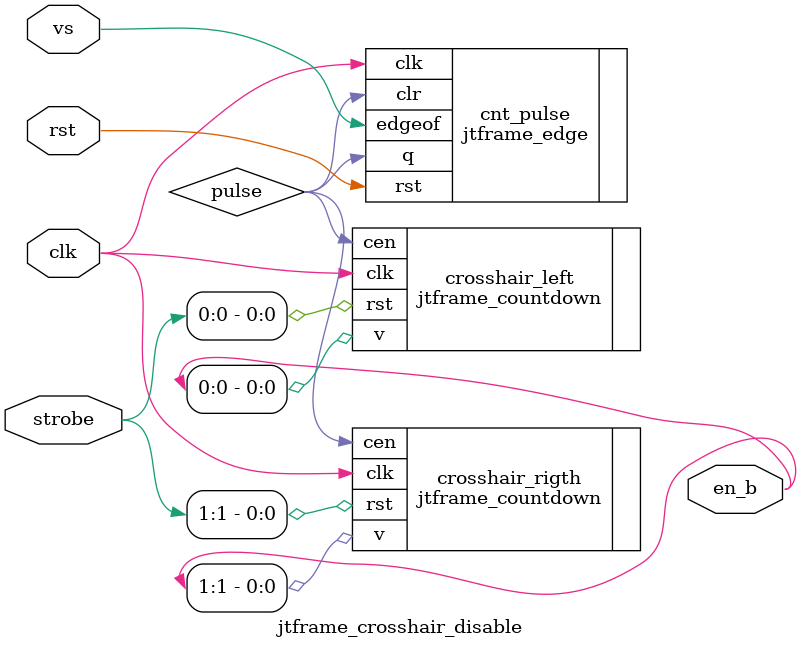
<source format=v>
/*  This file is part of JTFRAME.
    JTFRAME program is free software: you can redistribute it and/or modify
    it under the terms of the GNU General Public License as published by
    the Free Software Foundation, either version 3 of the License, or
    (at your option) any later version.

    JTFRAME program is distributed in the hope that it will be useful,
    but WITHOUT ANY WARRANTY; without even the implied warranty of
    MERCHANTABILITY or FITNESS FOR A PARTICULAR PURPOSE.  See the
    GNU General Public License for more details.

    You should have received a copy of the GNU General Public License
    along with JTFRAME.  If not, see <http://www.gnu.org/licenses/>.

    Author: Rafael Eduardo Paiva Feener. Copyright: Miki Saito
    Version: 1.0
    Date: 28-02-2025 */

module jtframe_crosshair_disable #(parameter CNTW=8)(
    input        rst,
    input        clk,
    input        vs,
    input  [1:0] strobe,
    output [1:0] en_b
);

wire pulse;

jtframe_countdown #(.W(CNTW)
)crosshair_left(
    .rst( strobe[0] ),
    .clk( clk       ),
    .cen( pulse     ),
    .v  ( en_b[0]   )
);

jtframe_countdown #(.W(CNTW)
)crosshair_rigth(
    .rst( strobe[1] ),
    .clk( clk       ),
    .cen( pulse     ),
    .v  ( en_b[1]   )
);

jtframe_edge cnt_pulse(
    .rst   ( rst    ),
    .clk   ( clk    ),
    .edgeof( vs     ),
    .clr   ( pulse  ),
    .q     ( pulse  )
);

endmodule
</source>
